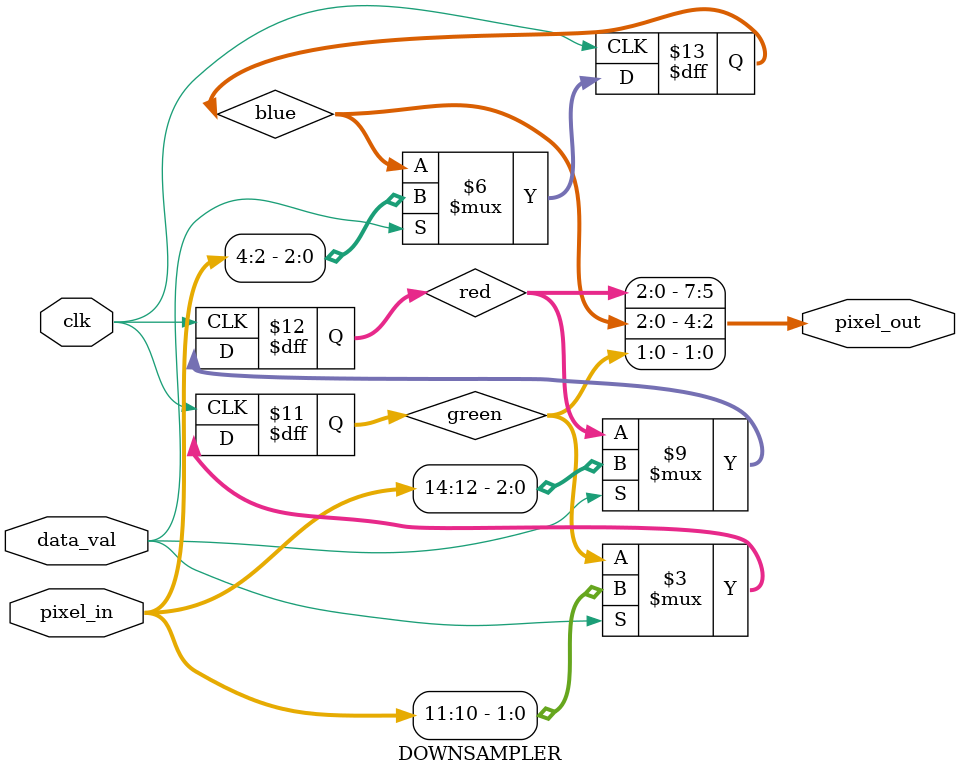
<source format=v>
module DOWNSAMPLER
(
	data_val,
	pixel_in,
	pixel_out,
	clk
);

input data_val;
input clk;
input [15:0] pixel_in;
output [7:0] pixel_out;

reg [1:0] green;
reg [2:0] red;
reg [2:0] blue;

assign pixel_out = {red, blue, green};

always @ (posedge clk) begin
	if (data_val) begin
		red = pixel_in[14:12];
		blue = pixel_in[4:2];
		green = pixel_in[11:10];
	end
end

endmodule
</source>
